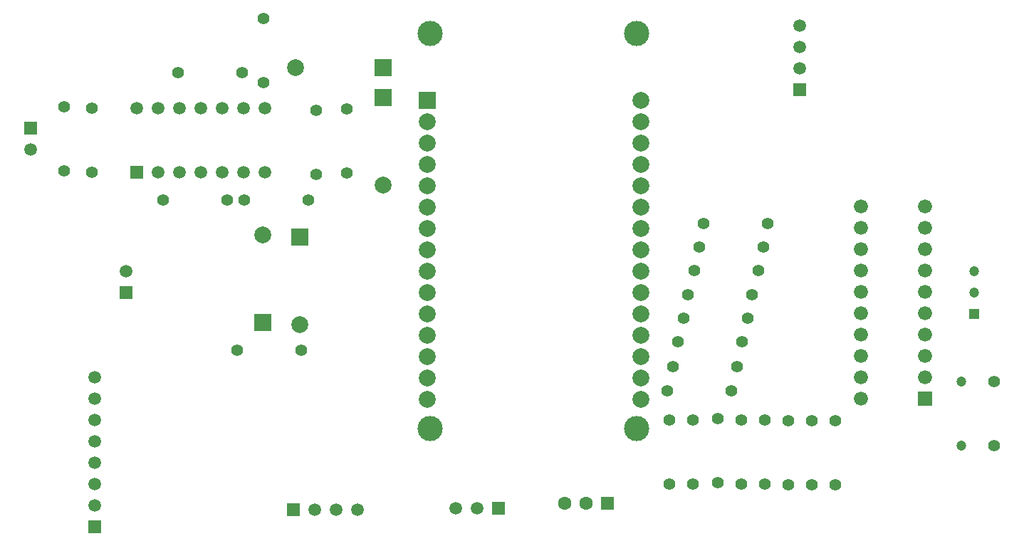
<source format=gtl>
%FSTAX23Y23*%
%MOIN*%
%SFA1B1*%

%IPPOS*%
%ADD10C,0.059055*%
%ADD11R,0.059055X0.059055*%
%ADD12R,0.078740X0.078740*%
%ADD13C,0.078740*%
%ADD14R,0.078740X0.078740*%
%ADD15C,0.055118*%
%ADD16C,0.066000*%
%ADD17R,0.066000X0.066000*%
%ADD18C,0.047244*%
%ADD19R,0.047244X0.047244*%
%ADD20R,0.062992X0.062992*%
%ADD21C,0.062992*%
%ADD22C,0.118110*%
%ADD23R,0.059055X0.059055*%
%LNmicro-1*%
%LPD*%
G54D10*
X04715Y-0307D03*
Y-0317D03*
Y-0327D03*
X0221Y-03455D03*
X0211D03*
X0201D03*
X0191D03*
X0181D03*
X0171D03*
X0161D03*
X0221Y-03755D03*
X0211D03*
X0201D03*
X0191D03*
X0181D03*
X0171D03*
X01115Y-0365D03*
X02645Y-05335D03*
X02545D03*
X02445D03*
X01415Y-05315D03*
Y-05215D03*
Y-05115D03*
Y-05015D03*
Y-04915D03*
Y-04815D03*
Y-04715D03*
X0156Y-0422D03*
X03205Y-0533D03*
X03105D03*
G54D11*
X04715Y-0337D03*
X0161Y-03755D03*
X01115Y-0355D03*
X01415Y-05415D03*
X0156Y-0432D03*
G54D12*
X022Y-0446D03*
X02765Y-03404D03*
X02375Y-04059D03*
G54D13*
X02375Y-0447D03*
X02765Y-03815D03*
X0397Y-0432D03*
X0297Y-0372D03*
X0397Y-0412D03*
X0297Y-0382D03*
X02354Y-03265D03*
X0297Y-0352D03*
Y-0362D03*
Y-0392D03*
Y-0402D03*
Y-0412D03*
Y-0422D03*
Y-0432D03*
Y-0442D03*
Y-0452D03*
Y-0462D03*
Y-0472D03*
Y-0482D03*
X0397Y-0342D03*
Y-0352D03*
Y-0362D03*
Y-0372D03*
Y-0382D03*
Y-0392D03*
Y-0402D03*
Y-0422D03*
Y-0442D03*
Y-0452D03*
Y-0462D03*
Y-0472D03*
Y-0482D03*
X022Y-04049D03*
G54D14*
X02765Y-03265D03*
X0297Y-0342D03*
G54D15*
X0238Y-0459D03*
X02595Y-0346D03*
X04145Y-0455D03*
X0433Y-0491D03*
X0419Y-0433D03*
X0455Y-04915D03*
X0488Y-0522D03*
Y-0492D03*
X0477Y-0522D03*
Y-0492D03*
X0466Y-0522D03*
Y-0492D03*
X0455Y-05215D03*
X0444D03*
Y-04915D03*
X0433Y-0521D03*
X04215Y-05215D03*
Y-04915D03*
X04105Y-05215D03*
Y-04915D03*
X04265Y-03995D03*
X04565D03*
X04245Y-04105D03*
X04545D03*
X0422Y-04215D03*
X0452D03*
X0449Y-0433D03*
X0417Y-0444D03*
X0447D03*
X04445Y-0455D03*
X0412Y-04665D03*
X0442D03*
X04095Y-0478D03*
X04395D03*
X02595Y-0376D03*
X0245Y-03465D03*
Y-03765D03*
X02415Y-03885D03*
X02115D03*
X0127Y-0345D03*
Y-0375D03*
X014Y-03755D03*
Y-03455D03*
X02105Y-0329D03*
X01805D03*
X01735Y-03885D03*
X02035D03*
X05625Y-05035D03*
Y-04735D03*
X02205Y-03035D03*
Y-03335D03*
X0208Y-0459D03*
G54D16*
X05Y-04815D03*
Y-04715D03*
Y-04615D03*
Y-04515D03*
Y-04415D03*
Y-04315D03*
Y-04215D03*
Y-04115D03*
Y-04015D03*
Y-03915D03*
X053D03*
Y-04015D03*
Y-04115D03*
Y-04215D03*
Y-04315D03*
Y-04415D03*
Y-04515D03*
Y-04615D03*
Y-04715D03*
G54D17*
X053Y-04815D03*
G54D18*
X0547Y-04735D03*
Y-05035D03*
X0553Y-0422D03*
Y-0432D03*
G54D19*
X0553Y-0442D03*
G54D20*
X03815Y-05304D03*
G54D21*
X03715Y-05304D03*
X03615D03*
G54D22*
X02986Y-04955D03*
X03951D03*
Y-03106D03*
X02986D03*
G54D23*
X02345Y-05335D03*
X03305Y-0533D03*
M02*
</source>
